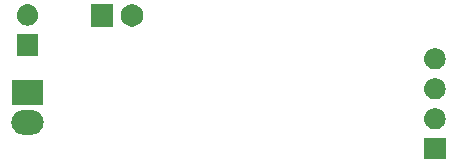
<source format=gbs>
G04 #@! TF.GenerationSoftware,KiCad,Pcbnew,5.0.2-bee76a0~70~ubuntu16.04.1*
G04 #@! TF.CreationDate,2019-01-02T15:35:10+05:30*
G04 #@! TF.ProjectId,Ap3403_LED_test,41703334-3033-45f4-9c45-445f74657374,rev?*
G04 #@! TF.SameCoordinates,Original*
G04 #@! TF.FileFunction,Soldermask,Bot*
G04 #@! TF.FilePolarity,Negative*
%FSLAX46Y46*%
G04 Gerber Fmt 4.6, Leading zero omitted, Abs format (unit mm)*
G04 Created by KiCad (PCBNEW 5.0.2-bee76a0~70~ubuntu16.04.1) date Wed Jan  2 15:35:10 2019*
%MOMM*%
%LPD*%
G01*
G04 APERTURE LIST*
%ADD10C,0.100000*%
G04 APERTURE END LIST*
D10*
G36*
X52901000Y-191501000D02*
X51099000Y-191501000D01*
X51099000Y-189699000D01*
X52901000Y-189699000D01*
X52901000Y-191501000D01*
X52901000Y-191501000D01*
G37*
G36*
X17882510Y-187292041D02*
X18006032Y-187304207D01*
X18204146Y-187364305D01*
X18386729Y-187461897D01*
X18546765Y-187593235D01*
X18678103Y-187753271D01*
X18775695Y-187935854D01*
X18835793Y-188133968D01*
X18856085Y-188340000D01*
X18835793Y-188546032D01*
X18775695Y-188744146D01*
X18678103Y-188926729D01*
X18546765Y-189086765D01*
X18386729Y-189218103D01*
X18204146Y-189315695D01*
X18006032Y-189375793D01*
X17882510Y-189387959D01*
X17851631Y-189391000D01*
X17148369Y-189391000D01*
X17117490Y-189387959D01*
X16993968Y-189375793D01*
X16795854Y-189315695D01*
X16613271Y-189218103D01*
X16453235Y-189086765D01*
X16321897Y-188926729D01*
X16224305Y-188744146D01*
X16164207Y-188546032D01*
X16143915Y-188340000D01*
X16164207Y-188133968D01*
X16224305Y-187935854D01*
X16321897Y-187753271D01*
X16453235Y-187593235D01*
X16613271Y-187461897D01*
X16795854Y-187364305D01*
X16993968Y-187304207D01*
X17117490Y-187292041D01*
X17148369Y-187289000D01*
X17851631Y-187289000D01*
X17882510Y-187292041D01*
X17882510Y-187292041D01*
G37*
G36*
X52110442Y-187165518D02*
X52176627Y-187172037D01*
X52289853Y-187206384D01*
X52346467Y-187223557D01*
X52468900Y-187289000D01*
X52502991Y-187307222D01*
X52538729Y-187336552D01*
X52640186Y-187419814D01*
X52723448Y-187521271D01*
X52752778Y-187557009D01*
X52752779Y-187557011D01*
X52836443Y-187713533D01*
X52848497Y-187753271D01*
X52887963Y-187883373D01*
X52905359Y-188060000D01*
X52887963Y-188236627D01*
X52856605Y-188340000D01*
X52836443Y-188406467D01*
X52762348Y-188545087D01*
X52752778Y-188562991D01*
X52723448Y-188598729D01*
X52640186Y-188700186D01*
X52538729Y-188783448D01*
X52502991Y-188812778D01*
X52502989Y-188812779D01*
X52346467Y-188896443D01*
X52289853Y-188913616D01*
X52176627Y-188947963D01*
X52110442Y-188954482D01*
X52044260Y-188961000D01*
X51955740Y-188961000D01*
X51889558Y-188954482D01*
X51823373Y-188947963D01*
X51710147Y-188913616D01*
X51653533Y-188896443D01*
X51497011Y-188812779D01*
X51497009Y-188812778D01*
X51461271Y-188783448D01*
X51359814Y-188700186D01*
X51276552Y-188598729D01*
X51247222Y-188562991D01*
X51237652Y-188545087D01*
X51163557Y-188406467D01*
X51143395Y-188340000D01*
X51112037Y-188236627D01*
X51094641Y-188060000D01*
X51112037Y-187883373D01*
X51151503Y-187753271D01*
X51163557Y-187713533D01*
X51247221Y-187557011D01*
X51247222Y-187557009D01*
X51276552Y-187521271D01*
X51359814Y-187419814D01*
X51461271Y-187336552D01*
X51497009Y-187307222D01*
X51531100Y-187289000D01*
X51653533Y-187223557D01*
X51710147Y-187206384D01*
X51823373Y-187172037D01*
X51889558Y-187165518D01*
X51955740Y-187159000D01*
X52044260Y-187159000D01*
X52110442Y-187165518D01*
X52110442Y-187165518D01*
G37*
G36*
X18851000Y-186851000D02*
X16149000Y-186851000D01*
X16149000Y-184749000D01*
X18851000Y-184749000D01*
X18851000Y-186851000D01*
X18851000Y-186851000D01*
G37*
G36*
X52110443Y-184625519D02*
X52176627Y-184632037D01*
X52289853Y-184666384D01*
X52346467Y-184683557D01*
X52468900Y-184749000D01*
X52502991Y-184767222D01*
X52538729Y-184796552D01*
X52640186Y-184879814D01*
X52723448Y-184981271D01*
X52752778Y-185017009D01*
X52752779Y-185017011D01*
X52836443Y-185173533D01*
X52836443Y-185173534D01*
X52887963Y-185343373D01*
X52905359Y-185520000D01*
X52887963Y-185696627D01*
X52853616Y-185809853D01*
X52836443Y-185866467D01*
X52762348Y-186005087D01*
X52752778Y-186022991D01*
X52723448Y-186058729D01*
X52640186Y-186160186D01*
X52538729Y-186243448D01*
X52502991Y-186272778D01*
X52502989Y-186272779D01*
X52346467Y-186356443D01*
X52289853Y-186373616D01*
X52176627Y-186407963D01*
X52110443Y-186414481D01*
X52044260Y-186421000D01*
X51955740Y-186421000D01*
X51889557Y-186414481D01*
X51823373Y-186407963D01*
X51710147Y-186373616D01*
X51653533Y-186356443D01*
X51497011Y-186272779D01*
X51497009Y-186272778D01*
X51461271Y-186243448D01*
X51359814Y-186160186D01*
X51276552Y-186058729D01*
X51247222Y-186022991D01*
X51237652Y-186005087D01*
X51163557Y-185866467D01*
X51146384Y-185809853D01*
X51112037Y-185696627D01*
X51094641Y-185520000D01*
X51112037Y-185343373D01*
X51163557Y-185173534D01*
X51163557Y-185173533D01*
X51247221Y-185017011D01*
X51247222Y-185017009D01*
X51276552Y-184981271D01*
X51359814Y-184879814D01*
X51461271Y-184796552D01*
X51497009Y-184767222D01*
X51531100Y-184749000D01*
X51653533Y-184683557D01*
X51710147Y-184666384D01*
X51823373Y-184632037D01*
X51889557Y-184625519D01*
X51955740Y-184619000D01*
X52044260Y-184619000D01*
X52110443Y-184625519D01*
X52110443Y-184625519D01*
G37*
G36*
X52110442Y-182085518D02*
X52176627Y-182092037D01*
X52289853Y-182126384D01*
X52346467Y-182143557D01*
X52485087Y-182217652D01*
X52502991Y-182227222D01*
X52538729Y-182256552D01*
X52640186Y-182339814D01*
X52723448Y-182441271D01*
X52752778Y-182477009D01*
X52752779Y-182477011D01*
X52836443Y-182633533D01*
X52836443Y-182633534D01*
X52887963Y-182803373D01*
X52905359Y-182980000D01*
X52887963Y-183156627D01*
X52853616Y-183269853D01*
X52836443Y-183326467D01*
X52762348Y-183465087D01*
X52752778Y-183482991D01*
X52723448Y-183518729D01*
X52640186Y-183620186D01*
X52538729Y-183703448D01*
X52502991Y-183732778D01*
X52502989Y-183732779D01*
X52346467Y-183816443D01*
X52289853Y-183833616D01*
X52176627Y-183867963D01*
X52110443Y-183874481D01*
X52044260Y-183881000D01*
X51955740Y-183881000D01*
X51889557Y-183874481D01*
X51823373Y-183867963D01*
X51710147Y-183833616D01*
X51653533Y-183816443D01*
X51497011Y-183732779D01*
X51497009Y-183732778D01*
X51461271Y-183703448D01*
X51359814Y-183620186D01*
X51276552Y-183518729D01*
X51247222Y-183482991D01*
X51237652Y-183465087D01*
X51163557Y-183326467D01*
X51146384Y-183269853D01*
X51112037Y-183156627D01*
X51094641Y-182980000D01*
X51112037Y-182803373D01*
X51163557Y-182633534D01*
X51163557Y-182633533D01*
X51247221Y-182477011D01*
X51247222Y-182477009D01*
X51276552Y-182441271D01*
X51359814Y-182339814D01*
X51461271Y-182256552D01*
X51497009Y-182227222D01*
X51514913Y-182217652D01*
X51653533Y-182143557D01*
X51710147Y-182126384D01*
X51823373Y-182092037D01*
X51889558Y-182085518D01*
X51955740Y-182079000D01*
X52044260Y-182079000D01*
X52110442Y-182085518D01*
X52110442Y-182085518D01*
G37*
G36*
X18401000Y-182701000D02*
X16599000Y-182701000D01*
X16599000Y-180899000D01*
X18401000Y-180899000D01*
X18401000Y-182701000D01*
X18401000Y-182701000D01*
G37*
G36*
X26617396Y-178385546D02*
X26790466Y-178457234D01*
X26946230Y-178561312D01*
X27078688Y-178693770D01*
X27182766Y-178849534D01*
X27254454Y-179022604D01*
X27291000Y-179206333D01*
X27291000Y-179393667D01*
X27254454Y-179577396D01*
X27182766Y-179750466D01*
X27078688Y-179906230D01*
X26946230Y-180038688D01*
X26790466Y-180142766D01*
X26617396Y-180214454D01*
X26433667Y-180251000D01*
X26246333Y-180251000D01*
X26062604Y-180214454D01*
X25889534Y-180142766D01*
X25733770Y-180038688D01*
X25601312Y-179906230D01*
X25497234Y-179750466D01*
X25425546Y-179577396D01*
X25389000Y-179393667D01*
X25389000Y-179206333D01*
X25425546Y-179022604D01*
X25497234Y-178849534D01*
X25601312Y-178693770D01*
X25733770Y-178561312D01*
X25889534Y-178457234D01*
X26062604Y-178385546D01*
X26246333Y-178349000D01*
X26433667Y-178349000D01*
X26617396Y-178385546D01*
X26617396Y-178385546D01*
G37*
G36*
X24751000Y-180251000D02*
X22849000Y-180251000D01*
X22849000Y-178349000D01*
X24751000Y-178349000D01*
X24751000Y-180251000D01*
X24751000Y-180251000D01*
G37*
G36*
X17610442Y-178365518D02*
X17676627Y-178372037D01*
X17789853Y-178406384D01*
X17846467Y-178423557D01*
X17909471Y-178457234D01*
X18002991Y-178507222D01*
X18038729Y-178536552D01*
X18140186Y-178619814D01*
X18223448Y-178721271D01*
X18252778Y-178757009D01*
X18252779Y-178757011D01*
X18336443Y-178913533D01*
X18336443Y-178913534D01*
X18387963Y-179083373D01*
X18405359Y-179260000D01*
X18387963Y-179436627D01*
X18353616Y-179549853D01*
X18336443Y-179606467D01*
X18262348Y-179745087D01*
X18252778Y-179762991D01*
X18223448Y-179798729D01*
X18140186Y-179900186D01*
X18038729Y-179983448D01*
X18002991Y-180012778D01*
X18002989Y-180012779D01*
X17846467Y-180096443D01*
X17789853Y-180113616D01*
X17676627Y-180147963D01*
X17610442Y-180154482D01*
X17544260Y-180161000D01*
X17455740Y-180161000D01*
X17389558Y-180154482D01*
X17323373Y-180147963D01*
X17210147Y-180113616D01*
X17153533Y-180096443D01*
X16997011Y-180012779D01*
X16997009Y-180012778D01*
X16961271Y-179983448D01*
X16859814Y-179900186D01*
X16776552Y-179798729D01*
X16747222Y-179762991D01*
X16737652Y-179745087D01*
X16663557Y-179606467D01*
X16646384Y-179549853D01*
X16612037Y-179436627D01*
X16594641Y-179260000D01*
X16612037Y-179083373D01*
X16663557Y-178913534D01*
X16663557Y-178913533D01*
X16747221Y-178757011D01*
X16747222Y-178757009D01*
X16776552Y-178721271D01*
X16859814Y-178619814D01*
X16961271Y-178536552D01*
X16997009Y-178507222D01*
X17090529Y-178457234D01*
X17153533Y-178423557D01*
X17210147Y-178406384D01*
X17323373Y-178372037D01*
X17389558Y-178365518D01*
X17455740Y-178359000D01*
X17544260Y-178359000D01*
X17610442Y-178365518D01*
X17610442Y-178365518D01*
G37*
M02*

</source>
